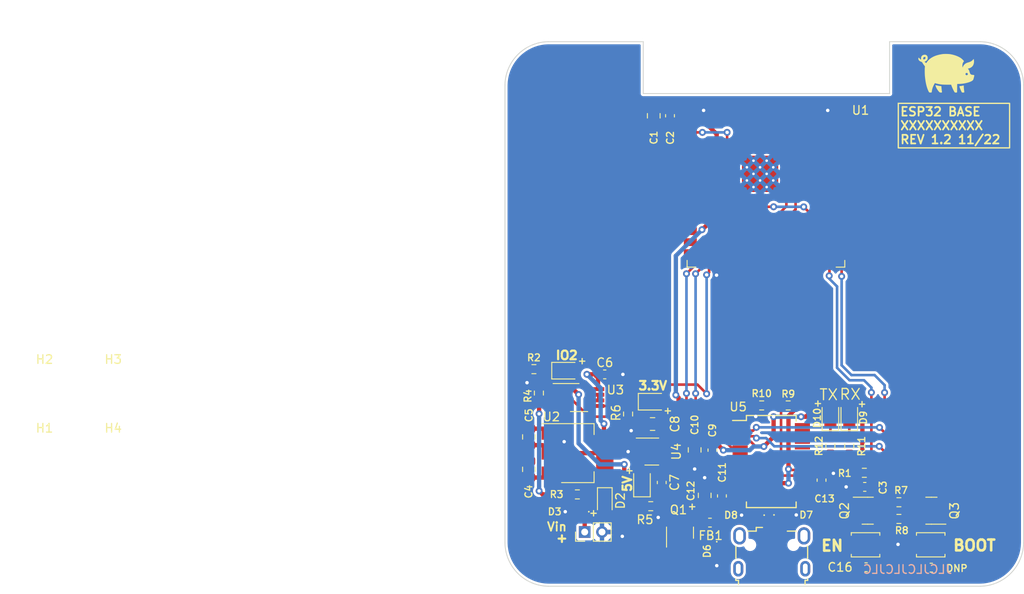
<source format=kicad_pcb>
(kicad_pcb (version 20211014) (generator pcbnew)
  (title_block (title "ESP32 Dev Base w/ Cypress USB-UART Interface") (date "2022-11-09") (rev "1.0"))
  (layers (0 "F.Cu" signal) (31 "B.Cu" power) (34 "B.Paste" user) (35 "F.Paste" user) (36 "B.SilkS" user "B.Silkscreen") (37 "F.SilkS" user "F.Silkscreen") (38 "B.Mask" user) (39 "F.Mask" user) (44 "Edge.Cuts" user))
  (net 0 "")
  (net 1 "+3.3V")
  (net 2 "GND")
  (net 3 "Net-(C4-Pad1)")
  (net 4 "/ESP32 MCU/EN")
  (net 5 "+5V")
  (net 6 "Net-(C7-Pad1)")
  (net 7 "Net-(D4-Pad1)")
  (net 8 "Net-(D5-Pad1)")
  (net 9 "Net-(C13-Pad1)")
  (net 10 "Net-(D6-Pad1)")
  (net 11 "Net-(D9-Pad1)")
  (net 12 "Net-(D10-Pad1)")
  (net 15 "Net-(Q1-Pad1)")
  (net 16 "Net-(Q3-Pad1)")
  (net 17 "Net-(R3-Pad2)")
  (net 18 "Net-(R11-Pad1)")
  (net 19 "Net-(R12-Pad1)")
  (net 20 "/ESP32 MCU/IO2")
  (net 21 "/ESP32 MCU/IO0")
  (net 22 "/Power Supply/VIN")
  (net 26 "unconnected-(U5-Pad26)")
  (net 37 "Net-(U5-Pad19)")
  (net 38 "Net-(Q2-Pad1)")
  (net 39 "/USB-UART Interface/USB_D+")
  (net 40 "/USB-UART Interface/USB_D-")
  (net 41 "/Power Supply/VBUS")
  (net 42 "/ESP32 MCU/RXD")
  (net 43 "/ESP32 MCU/TXD")
  (net 44 "/ESP32 MCU/RTS")
  (net 45 "/ESP32 MCU/DTR")
  (net 46 "/ESP32 MCU/SENSOR_VP")
  (net 47 "/ESP32 MCU/SENSOR_VN")
  (net 48 "/ESP32 MCU/IO34")
  (net 49 "/ESP32 MCU/IO35")
  (net 50 "/ESP32 MCU/IO32")
  (net 51 "/ESP32 MCU/IO33")
  (net 52 "/ESP32 MCU/IO25")
  (net 53 "/ESP32 MCU/IO26")
  (net 54 "/ESP32 MCU/IO27")
  (net 55 "/ESP32 MCU/IO14")
  (net 56 "/ESP32 MCU/IO12")
  (net 57 "/ESP32 MCU/IO13")
  (net 58 "/ESP32 MCU/SHD{slash}SD2")
  (net 59 "/ESP32 MCU/SWP{slash}SD3")
  (net 60 "/ESP32 MCU/SCS{slash}CMD")
  (net 61 "/ESP32 MCU/SCK{slash}CLK")
  (net 62 "/ESP32 MCU/SDO{slash}SD0")
  (net 63 "/ESP32 MCU/SDI{slash}SD1")
  (net 64 "/ESP32 MCU/IO15")
  (net 65 "/ESP32 MCU/IO4")
  (net 66 "/ESP32 MCU/IO16")
  (net 67 "/ESP32 MCU/IO17")
  (net 68 "/ESP32 MCU/IO5")
  (net 69 "/ESP32 MCU/IO18")
  (net 70 "/ESP32 MCU/IO19")
  (net 71 "/ESP32 MCU/IO21")
  (net 72 "/ESP32 MCU/IO22")
  (net 73 "/ESP32 MCU/IO23")
  (net 74 "Net-(D1-Pad1)")
  (net 75 "Net-(D1-Pad2)")
  (footprint "Resistor_SMD:R_0603_1608Metric" (layer "F.Cu") (at 146.7 111.08)
    (fp_text reference "R10")
    (fp_text value "10k" hide)
  )
  (footprint "LED_SMD:LED_0805_2012Metric" (layer "F.Cu") (at 132.850328 119.969139 90)
    (fp_text reference "D4" hide)
    (fp_text value "RED" hide)
  )
  (footprint "Capacitor_SMD:C_0603_1608Metric" (layer "F.Cu") (at 166.3218 129.8488)
    (fp_text reference "C14" hide)
    (fp_text value "0u" hide)
  )
  (footprint "Package_SO:VSSOP-8_3.0x3.0mm_P0.65mm" (layer "F.Cu") (at 125.57 110.17)
    (fp_text reference "U3")
    (fp_text value "LMV358IDGKR" hide)
  )
  (footprint "Capacitor_SMD:C_0603_1608Metric" (layer "F.Cu") (at 158.623 120.504 180)
    (fp_text reference "C3")
    (fp_text value "0.1u" hide)
  )
  (footprint "LED_SMD:LED_0805_2012Metric" (layer "F.Cu") (at 154.65 112.3145 90)
    (fp_text reference "D10")
    (fp_text value "GRN" hide)
  )
  (footprint "Capacitor_SMD:C_0805_2012Metric" (layer "F.Cu") (at 138.9448 116.2264 -90)
    (fp_text reference "C10")
    (fp_text value "4.7u" hide)
  )
  (footprint "Package_SO:SSOP-28_5.3x10.2mm_P0.65mm" (layer "F.Cu") (at 147.8094 117.5726)
    (fp_text reference "U5")
    (fp_text value "CY7C65213-28PVXI" hide)
  )
  (footprint "Capacitor_SMD:C_0805_2012Metric" (layer "F.Cu") (at 134.0764 113.2332 180)
    (fp_text reference "C8")
    (fp_text value "2.2u" hide)
  )
  (footprint "Resistor_SMD:R_0603_1608Metric" (layer "F.Cu") (at 120.925 109.65 90)
    (fp_text reference "R4")
    (fp_text value "10k" hide)
  )
  (footprint "Resistor_SMD:R_0603_1608Metric" (layer "F.Cu") (at 131.245128 112.072039 -90)
    (fp_text reference "R6")
    (fp_text value "1k" hide)
  )
  (footprint "Resistor_SMD:R_0603_1608Metric" (layer "F.Cu") (at 156.8344 115.7811 90)
    (fp_text reference "R11")
    (fp_text value "1k" hide)
  )
  (footprint "Capacitor_SMD:C_0603_1608Metric" (layer "F.Cu") (at 128.5425 107.49)
    (fp_text reference "C6")
    (fp_text value "100n" hide)
  )
  (footprint "LED_SMD:LED_0805_2012Metric" (layer "F.Cu") (at 156.8344 112.3145 90)
    (fp_text reference "D9")
    (fp_text value "GRN" hide)
  )
  (footprint "Capacitor_SMD:C_0603_1608Metric" (layer "F.Cu") (at 153.625 119.725 90)
    (fp_text reference "C13")
    (fp_text value "1u" hide)
  )
  (footprint "Diode_SMD:D_0402_1005Metric" (layer "F.Cu") (at 145.8976 123.7742 180)
    (fp_text reference "D8")
    (fp_text value "5VWM" hide)
  )
  (footprint "Capacitor_SMD:C_0603_1608Metric" (layer "F.Cu") (at 136.0932 77.5716 90)
    (fp_text reference "C2")
    (fp_text value "0.1u" hide)
  )
  (footprint "Resistor_SMD:R_0603_1608Metric" (layer "F.Cu") (at 120.3475 106.885 180)
    (fp_text reference "R2")
    (fp_text value "470R" hide)
  )
  (footprint "Capacitor_SMD:C_0805_2012Metric" (layer "F.Cu") (at 140.1064 121.4882 90)
    (fp_text reference "C12")
    (fp_text value "4.7u" hide)
  )
  (footprint "MountingHole:MountingHole_3.2mm_M3" (layer "F.Cu") (at 71.68 109.96)
    (fp_text reference "H3")
    (fp_text value "MountingHole")
  )
  (footprint "Resistor_SMD:R_0603_1608Metric" (layer "F.Cu") (at 158.575 118.8764)
    (fp_text reference "R1")
    (fp_text value "10k" hide)
  )
  (footprint "Package_TO_SOT_SMD:SOT-23" (layer "F.Cu") (at 166.3342 123.2604 180)
    (fp_text reference "Q3")
    (fp_text value "SS8050-G" hide)
  )
  (footprint "Capacitor_SMD:C_0805_2012Metric" (layer "F.Cu") (at 134.2136 77.5716 90)
    (fp_text reference "C1")
    (fp_text value "22u" hide)
  )
  (footprint "Package_TO_SOT_SMD:SOT-223-3_TabPin2" (layer "F.Cu") (at 125.4004 116.6)
    (fp_text reference "U2")
    (fp_text value "LDL1117S50R" hide)
  )
  (footprint "Inductor_SMD:L_0603_1608Metric" (layer "F.Cu") (at 140.7159 124.6378 180)
    (fp_text reference "FB1")
    (fp_text value "40-100R" hide)
  )
  (footprint "Resistor_SMD:R_0603_1608Metric" (layer "F.Cu") (at 125.375 121.375 180)
    (fp_text reference "R3")
    (fp_text value "10k" hide)
  )
  (footprint "Capacitor_SMD:C_0603_1608Metric" (layer "F.Cu") (at 158.7792 129.7984 180)
    (fp_text reference "C16")
    (fp_text value "0.1u" hide)
  )
  (footprint "Resistor_SMD:R_0603_1608Metric" (layer "F.Cu") (at 154.65 115.775 90)
    (fp_text reference "R12")
    (fp_text value "1k" hide)
  )
  (footprint "Diode_SMD:D_0402_1005Metric" (layer "F.Cu") (at 149.2155 123.7488)
    (fp_text reference "D7")
    (fp_text value "5VWM" hide)
  )
  (footprint "MountingHole:MountingHole_3.2mm_M3" (layer "F.Cu") (at 63.73 117.91)
    (fp_text reference "H1")
    (fp_text value "MountingHole")
  )
  (footprint "RF_Module:ESP32-WROOM-32" (layer "F.Cu") (at 147.193 85.202)
    (fp_text reference "U1")
    (fp_text value "ESP32-WROOM-32D" hide)
  )
  (footprint "Resistor_SMD:R_0603_1608Metric" (layer "F.Cu") (at 149.765 111.08)
    (fp_text reference "R9")
    (fp_text value "4k7" hide)
  )
  (footprint "Button_Switch_SMD:SW_SPST_B3U-1000P" (layer "F.Cu") (at 166.2562 127.2076)
    (fp_text reference "SW1" hide)
    (fp_text value "SW_Push" hide)
  )
  (footprint "MountingHole:MountingHole_3.2mm_M3" (layer "F.Cu") (at 71.68 117.91)
    (fp_text reference "H4")
    (fp_text value "MountingHole")
  )
  (footprint "Connector_PinHeader_2.00mm:PinHeader_1x02_P2.00mm_Vertical" (layer "F.Cu") (at 126.225 125.725 90)
    (fp_text reference "J2" hide)
    (fp_text value "Conn_01x02_Male" hide)
  )
  (footprint "Diode_SMD:D_SOD-323" (layer "F.Cu") (at 128.5496 122.1012 -90)
    (fp_text reference "D2")
    (fp_text value "BAT760-7" hide)
  )
  (footprint "LED_SMD:LED_0805_2012Metric" (layer "F.Cu") (at 134.113028 110.649639)
    (fp_text reference "D5" hide)
    (fp_text value "GRN" hide)
  )
  (footprint "Capacitor_SMD:C_0603_1608Metric" (layer "F.Cu") (at 135.136328 119.996839 -90)
    (fp_text reference "C7")
    (fp_text value "10n" hide)
  )
  (footprint "LED_SMD:LED_0805_2012Metric" (layer "F.Cu") (at 124.0975 107.06)
    (fp_text reference "D1" hide)
    (fp_text value "BLU" hide)
  )
  (footprint "Capacitor_SMD:C_0805_2012Metric" (layer "F.Cu") (at 119.775 118.475 90)
    (fp_text reference "C4")
    (fp_text value "1u" hide)
  )
  (footprint "Package_TO_SOT_SMD:SOT-23" (layer "F.Cu") (at 158.9659 123.2604)
    (fp_text reference "Q2")
    (fp_text value "SS8050-G" hide)
  )
  (footprint "Resistor_SMD:R_0603_1608Metric" (layer "F.Cu") (at 162.575 122.28 180)
    (fp_text reference "R7")
    (fp_text value "10k" hide)
  )
  (footprint "Diode_SMD:D_0402_1005Metric" (layer "F.Cu") (at 141.5034 127.9374 -90)
    (fp_text reference "D6")
    (fp_text value "5VWM" hide)
  )
  (footprint "Diode_SMD:D_0402_1005Metric" (layer "F.Cu") (at 125.61 123.375 180)
    (fp_text reference "D3")
    (fp_text value "5VWM" hide)
  )
  (footprint "Connector_USB:USB_Micro-B_Wuerth_629105150521" (layer "F.Cu") (at 147.86685 128.023)
    (fp_text reference "J3" hide)
    (fp_text value "USB_B_Micro" hide)
  )
  (footprint "Resistor_SMD:R_0603_1608Metric" (layer "F.Cu") (at 162.575 124.2104 180)
    (fp_text reference "R8")
    (fp_text value "10k" hide)
  )
  (footprint "Capacitor_SMD:C_0603_1608Metric" (layer "F.Cu") (at 142.1 121.55 -90)
    (fp_text reference "C11")
    (fp_text value "0.1u" hide)
  )
  (footprint "Resistor_SMD:R_0603_1608Metric" (layer "F.Cu") (at 133.866328 122.740039)
    (fp_text reference "R5")
    (fp_text value "1k" hide)
  )
  (footprint "Capacitor_SMD:C_0603_1608Metric" (layer "F.Cu") (at 141.0022 116.254 90)
    (fp_text reference "C9")
    (fp_text value "0.1u" hide)
  )
  (footprint "Button_Switch_SMD:SW_SPST_B3U-1000P" (layer "F.Cu") (at 158.7142 127.2076 180)
    (fp_text reference "SW2" hide)
    (fp_text value "SW_Push" hide)
  )
  (footprint "Capacitor_SMD:C_0805_2012Metric" (layer "F.Cu") (at 119.775 114.725 90)
    (fp_text reference "C5")
    (fp_text value "4u7" hide)
  )
  (footprint "LOGO" (layer "F.Cu") (at 168.06 72.65)
    (fp_text reference "G***" hide)
    (fp_text value "LOGO" hide)
  )
  (footprint "MountingHole:MountingHole_3.2mm_M3" (layer "F.Cu") (at 63.73 109.96)
    (fp_text reference "H2")
    (fp_text value "MountingHole")
  )
  (footprint "Package_TO_SOT_SMD:SOT-23-5" (layer "F.Cu") (at 133.9875 116.418689)
    (fp_text reference "U4")
    (fp_text value "SPX3819M5-L-3-3" hide)
  )
  (footprint "Package_TO_SOT_SMD:SOT-23" (layer "F.Cu") (at 137.25 125.8 90)
    (fp_text reference "Q1")
    (fp_text value "DMP2110U-7" hide)
  )
  (gr_rect (start 162.505 76.135) (end 175.38 81.285) (layer "F.SilkS") (width 0.15) (fill none))
  (gr_line (start 133 75) (end 133 69) (layer "Edge.Cuts") (width 0.1))
  (gr_line (start 133 75) (end 161.5 75) (layer "Edge.Cuts") (width 0.1))
  (gr_line (start 122 132) (end 172 132) (layer "Edge.Cuts") (width 0.1))
  (gr_arc (start 122 132) (mid 118.489934 130.510066) (end 117 127) (layer "Edge.Cuts") (width 0.1))
  (gr_line (start 161.5 69) (end 172 69) (layer "Edge.Cuts") (width 0.1))
  (gr_arc (start 172 69) (mid 175.510066 70.489934) (end 177 74) (layer "Edge.Cuts") (width 0.1))
  (gr_arc (start 177 127) (mid 175.510066 130.510066) (end 172 132) (layer "Edge.Cuts") (width 0.1))
  (gr_line (start 177 74) (end 177 127) (layer "Edge.Cuts") (width 0.1))
  (gr_arc (start 117 74) (mid 118.489934 70.489934) (end 122 69) (layer "Edge.Cuts") (width 0.1))
  (gr_line (start 117 127) (end 117 74) (layer "Edge.Cuts") (width 0.1))
  (gr_line (start 133 69) (end 122 69) (layer "Edge.Cuts") (width 0.1))
  (gr_line (start 161.5 75) (end 161.5 69) (layer "Edge.Cuts") (width 0.1))
  (gr_text "JLCJLCJLCJLC" (at 163.576 130.048) (layer "B.SilkS") (effects (font (size 1 1)) (justify mirror)))
  (gr_text "+" (at 123.59 126.56 180) (layer "F.SilkS") (effects (font (size 1 1) (thickness 0.25))))
  (gr_text "+" (at 153.2056 110.922 180) (layer "F.SilkS") (effects (font (size 0.8 0.8))))
  (gr_text "BOOT" (at 171.3126 127.2838) (layer "F.SilkS") (effects (font (size 1.25 1.25) (thickness 0.3))))
  (gr_text "+" (at 135.898328 111.716439 270) (layer "F.SilkS") (effects (font (size 0.8 0.8))))
  (gr_text "+" (at 138.6586 122.8598 180) (layer "F.SilkS") (effects (font (size 0.8 0.8))))
  (gr_text "+" (at 125.8725 105.96 90) (layer "F.SilkS") (effects (font (size 0.8 0.8))))
  (gr_text "TX" (at 154.4468 109.8436) (layer "F.SilkS") (effects (font (size 1.25 1.25))))
  (gr_text "ESP32 BASE\nXXXXXXXXXX\nREV 1.2 11/22" (at 162.63 78.71) (layer "F.SilkS") (effects (font (size 1 1) (thickness 0.2)) (justify left)))
  (gr_text "+" (at 127.25 123.5) (layer "F.SilkS") (effects (font (size 0.8 0.8))))
  (gr_text "+" (at 158.3076 110.9937 180) (layer "F.SilkS") (effects (font (size 0.8 0.8))))
  (gr_text "Vin" (at 121.76 125.12) (layer "F.SilkS") (effects (font (size 1 1) (thickness 0.2)) (justify left)))
  (gr_text "EN" (at 154.8534 127.3092) (layer "F.SilkS") (effects (font (size 1.25 1.25) (thickness 0.3))))
  (gr_text "IO2" (at 124.1475 105.285) (layer "F.SilkS") (effects (font (size 1 1) (thickness 0.25))))
  (gr_text "3.3V" (at 134.1 108.8) (layer "F.SilkS") (effects (font (size 1 1) (thickness 0.25))))
  (gr_text "5V" (at 131.15 120.15 90) (layer "F.SilkS") (effects (font (size 1 1) (thickness 0.25))))
  (gr_text "DNP" (at 169.28 129.93) (layer "F.SilkS") (effects (font (size 0.8 0.8))))
  (gr_text "RX" (at 156.936 109.7928) (layer "F.SilkS") (effects (font (size 1.25 1.25))))
  (gr_text "+" (at 131.397528 118.586828) (layer "F.SilkS") (effects (font (size 0.8 0.8))))
  (segment (start 139.792502 90.75) (end 139.82 90.75) (width 0.5) (layer "F.Cu") (net 1))
  (segment (start 137.0838 114.5588) (end 137.0838 115.103578) (width 0.5) (layer "F.Cu") (net 1))
  (segment (start 135.125 115.468689) (end 136.718689 115.468689) (width 0.5) (layer "F.Cu") (net 1))
  (segment (start 126.72 112.38) (end 124.185 109.845) (width 0.3) (layer "F.Cu") (net 1))
  (segment (start 158.35 112.03) (end 157.697 111.377) (width 0.5) (layer "F.Cu") (net 1))
  (segment (start 152.14 112.06) (end 151.81 112.39) (width 0.5) (layer "F.Cu") (net 1))
  (segment (start 138.3184 78.3466) (end 138.443 78.222) (width 0.5) (layer "F.Cu") (net 1))
  (segment (start 129.38 112.38) (end 126.72 112.38) (width 0.3) (layer "F.Cu") (net 1))
  (segment (start 145.466939 115.2976) (end 145.999339 115.83) (width 0.3) (layer "F.Cu") (net 1))
  (segment (start 137.0838 112.4438) (end 137.0838 110.1838) (width 0.5) (layer "F.Cu") (net 1))
  (segment (start 134.75 114.75) (end 135.004328 115.004328) (width 0.3) (layer "F.Cu") (net 1))
  (segment (start 137.0838 110.1838) (end 136.77 109.87) (width 0.5) (layer "F.Cu") (net 1))
  (segment (start 135.004328 113.240439) (end 135.004328 114.295672) (width 0.5) (layer "F.Cu") (net 1))
  (segment (start 137.0838 112.4438) (end 137.0838 114.5588) (width 0.5) (layer "F.Cu") (net 1))
  (segment (start 137.0838 114.5588) (end 137.0838 115.4588) (width 0.5) (layer "F.Cu") (net 1))
  (segment (start 137.0838 114.5588) (end 137.0838 115.021178) (width 0.5) (layer "F.Cu") (net 1))
  (segment (start 124.185 109.845) (end 123.37 109.845) (width 0.3) (layer "F.Cu") (net 1))
  (segment (start 140.022 78.222) (end 138.443 78.222) (width 0.5) (layer "F.Cu") (net 1))
  (segment (start 140.7996 115.2764) (end 141.0022 115.479) (width 0.5) (layer "F.Cu") (net 1))
  (segment (start 134.55 114.75) (end 135.004328 114.295672) (width 0.3) (layer "F.Cu") (net 1))
  (segment (start 135.004328 113.240439) (end 135.004328 110.695839) (width 0.5) (layer "F.Cu") (net 1))
  (segment (start 134.406311 114.75) (end 134.55 114.75) (width 0.3) (layer "F.Cu") (net 1))
  (segment (start 148.08 112.39) (end 148.08 114.7) (width 0.5) (layer "F.Cu") (net 1))
  (segment (start 151.81 112.39) (end 151.25 112.39) (width 0.5) (layer "F.Cu") (net 1))
  (segment (start 144.2094 115.2976) (end 145.466939 115.2976) (width 0.3) (layer "F.Cu") (net 1))
  (segment (start 138.9448 115.2764) (end 138.7264 115.2764) (width 0.5) (layer "F.Cu") (net 1))
  (segment (start 152.823 111.377) (end 152.14 112.06) (width 0.5) (layer "F.Cu") (net 1))
  (segment (start 135.004328 114.295672) (end 135.004328 115.004328) (width 0.5) (layer "F.Cu") (net 1))
  (segment (start 154.65 111.377) (end 152.823 111.377) (width 0.5) (layer "F.Cu") (net 1))
  (segment (start 134.406311 114.75) (end 130.95 114.75) (width 0.3) (layer "F.Cu") (net 1))
  (segment (start 141.0022 115.479) (end 141.4886 115.479) (width 0.5) (layer "F.Cu") (net 1))
  (segment (start 158.35 117.43) (end 158.35 112.03) (width 0.5) (layer "F.Cu") (net 1))
  (segment (start 137.0838 115.4588) (end 137.093689 115.468689) (width 0.5) (layer "F.Cu") (net 1))
  (segment (start 157.75 118.8764) (end 157.75 118.03) (width 0.5) (layer "F.Cu") (net 1))
  (segment (start 130.125 113.125) (end 129.38 112.38) (width 0.3) (layer "F.Cu") (net 1))
  (segment (start 134.2136 78.5216) (end 135.9182 78.5216) (width 0.5) (layer "F.Cu") (net 1))
  (segment (start 134.406311 114.75) (end 134.75 114.75) (width 0.3) (layer "F.Cu") (net 1))
  (segment (start 138.9448 115.2764) (end 140.7996 115.2764) (width 0.5) (layer "F.Cu") (net 1))
  (segment (start 157.75 118.03) (end 158.35 117.43) (width 0.5) (layer "F.Cu") (net 1))
  (segment (start 137.531311 115.468689) (end 138.752511 115.468689) (width 0.5) (layer "F.Cu") (net 1))
  (segment (start 135.004328 115.004328) (end 135.004328 115.348017) (width 0.5) (layer "F.Cu") (net 1))
  (segment (start 134.406311 114.75) (end 135.125 115.468689) (width 0.3) (layer "F.Cu") (net 1))
  (segment (start 141.49 79.69) (end 140.022 78.222) (width 0.5) (layer "F.Cu") (net 1))
  (segment (start 137.0838 115.021178) (end 137.531311 115.468689) (width 0.5) (layer "F.Cu") (net 1))
  (segment (start 138.752511 115.468689) (end 138.9448 115.2764) (width 0.5) (layer "F.Cu") (net 1))
  (segment (start 137.0838 115.103578) (end 136.718689 115.468689) (width 0.5) (layer "F.Cu") (net 1))
  (segment (start 130.125 113.925) (end 130.125 113.125) (width 0.3) (layer "F.Cu") (net 1))
  (segment (start 137.093689 115.468689) (end 137.531311 115.468689) (width 0.5) (layer "F.Cu") (net 1))
  (segment (start 141.4886 115.479) (end 142.2654 116.2558) (width 0.5) (layer "F.Cu") (net 1))
  (segment (start 130.95 114.75) (end 130.125 113.925) (width 0.3) (layer "F.Cu") (net 1))
  (segment (start 145.999339 115.83) (end 146.95 115.83) (width 0.3) (layer "F.Cu") (net 1))
  (segment (start 139.82 90.75) (end 141.49 89.08) (width 0.5) (layer "F.Cu") (net 1))
  (segment (start 157.697 111.377) (end 156.8344 111.377) (width 0.5) (layer "F.Cu") (net 1))
  (segment (start 136.718689 115.468689) (end 137.093689 115.468689) (width 0.5) (layer "F.Cu") (net 1))
  (segment (start 136.0932 78.3466) (end 138.3184 78.3466) (width 0.5) (layer "F.Cu") (net 1))
  (segment (start 135.004328 115.348017) (end 135.125 115.468689) (width 0.5) (layer "F.Cu") (net 1))
  (segment (start 135.9182 78.5216) (end 136.0932 78.3466) (width 0.5) (layer "F.Cu") (net 1))
  (segment (start 156.8344 111.377) (end 154.65 111.377) (width 0.5) (layer "F.Cu") (net 1))
  (segment (start 141.49 89.08) (end 141.49 79.69) (width 0.5) (layer "F.Cu") (net 1))
  (segment (start 148.08 114.7) (end 146.95 115.83) (width 0.5) (layer "F.Cu") (net 1))
  (via (at 148.08 112.39) (size 0.8) (drill 0.4) (layers "F.Cu" "B.Cu") (net 1))
  (via (at 139.792502 90.75) (size 0.8) (drill 0.4) (layers "F.Cu" "B.Cu") (net 1))
  (via (at 146.95 115.83) (size 0.8) (drill 0.4) (layers "F.Cu" "B.Cu") (net 1))
  (via (at 142.2654 116.2558) (size 0.8) (drill 0.4) (layers "F.Cu" "B.Cu") (net 1))
  (via (at 151.25 112.39) (size 0.8) (drill 0.4) (layers "F.Cu" "B.Cu") (net 1))
  (via (at 136.77 109.87) (size 0.8) (drill 0.4) (layers "F.Cu" "B.Cu") (net 1))
  (segment (start 145.56 116.02) (end 145.75 115.83) (width 0.5) (layer "B.Cu") (net 1))
  (segment (start 151.25 112.39) (end 148.08 112.39) (width 0.5) (layer "B.Cu") (net 1))
  (segment (start 142.2654 116.2558) (end 145.3242 116.2558) (width 0.5) (layer "B.Cu") (net 1))
  (segment (start 145.3242 116.2558) (end 145.56 116.02) (width 0.5) (layer "B.Cu") (net 1))
  (segment (start 145.75 115.83) (end 146.95 115.83) (width 0.5) (layer "B.Cu") (net 1))
  (segment (start 136.77 93.772502) (end 139.792502 90.75) (width 0.5) (layer "B.Cu") (net 1))
  (segment (start 136.77 109.87) (end 136.77 93.772502) (width 0.5) (layer "B.Cu") (net 1))
  (segment (start 162.5242 127.2076) (end 162.4734 127.1568) (width 0.5) (layer "F.Cu") (net 2))
  (segment (start 136.0932 76.7966) (end 134.3886 76.7966) (width 0.5) (layer "F.Cu") (net 2))
  (segment (start 140.1064 119.4464) (end 140.1 119.44) (width 0.5) (layer "F.Cu") (net 2))
  (segment (start 141.8632 120.5382) (end 142.1 120.775) (width 0.5) (layer "F.Cu") (net 2))
  (segment (start 123.85 111.625) (end 123.395 111.17) (width 0.5) (layer "F.Cu") (net 2))
  (segment (start 135.136328 120.771839) (end 135.136328 122.295039) (width 0.5) (layer "F.Cu") (net 2))
  (segment (start 119.55 108.45) (end 119.55 106.9125) (width 0.5) (layer "F.Cu") (net 2))
  (segment (start 144.3758 123.7742) (end 144.375 123.775) (width 0.5) (layer "F.Cu") (net 2))
  (segment (start 123.395 111.17) (end 123.37 111.17) (width 0.5) (layer "F.Cu") (net 2))
  (segment (start 121.7254 113.775) (end 122.2504 114.3) (width 0.5) (layer "F.Cu") (net 2))
  (segment (start 131.588528 113.240439) (end 131.245128 112.897039) (width 0.5) (layer "F.Cu") (net 2))
  (segment (start 125.125 123.375) (end 123.975 123.375) (width 0.5) (layer "F.Cu") (net 2))
  (segment (start 160.4142 127.2076) (end 160.4142 128.9384) (width 0.5) (layer "F.Cu") (net 2))
  (segment (start 149.7005 123.7488) (end 150.6988 123.7488) (width 0.5) (layer "F.Cu") (net 2))
  (segment (start 133.104328 113.240439) (end 131.588528 113.240439) (width 0.5) (layer "F.Cu") (net 2))
  (segment (start 131.256311 116.418689) (end 131.25 116.425) (width 0.5) (layer "F.Cu") (net 2))
  (segment (start 144.2094 117.2476) (end 141.2208 117.2476) (width 0.3) (layer "F.Cu") (net 2))
  (segment (start 149.7005 123.7488) (end 149.7005 125.61435) (width 0.5) (layer "F.Cu") (net 2))
  (segment (start 134.3886 76.7966) (end 134.2136 76.6216) (width 0.5) (layer "F.Cu") (net 2))
  (segment (start 155.943 76.952) (end 154.342 76.952) (width 0.5) (layer "F.Cu") (net 2))
  (segment (start 131.245128 113.645128) (end 131.6 114) (width 0.5) (layer "F.Cu") (net 2))
  (segment (start 120.925 108.825) (end 119.925 108.825) (width 0.5) (layer "F.Cu") (net 2))
  (segment (start 132.85 116.418689) (end 131.256311 116.418689) (width 0.5) (layer "F.Cu") (net 2))
  (segment (start 118.925 113.775) (end 119.775 113.775) (width 0.5) (layer "F.Cu") (net 2))
  (segment (start 119.775 113.775) (end 121.7254 113.775) (width 0.5) (layer "F.Cu") (net 2))
  (segment (start 154.342 76.952) (end 154.34 76.95) (width 0.5) (layer "F.Cu") (net 2))
  (segment (start 134.691328 123.999217) (end 134.729528 124.037417) (width 0.5) (layer "F.Cu") (net 2))
  (segment (start 164.5562 127.2076) (end 162.5242 127.2076) (width 0.5) (layer "F.Cu") (net 2))
  (segment (start 141.483 94.712) (end 141.483 96.007) (width 0.5) (layer "F.Cu") (net 2))
  (segment (start 154.9842 118.95) (end 154.9966 118.9376) (width 0.5) (layer "F.Cu") (net 2))
  (segment (start 122.2504 114.3) (end 122.875 114.3) (width 0.5) (layer "F.Cu") (net 2))
  (segment (start 134.691328 122.740039) (end 134.691328 123.999217) (width 0.5) (layer "F.Cu") (net 2))
  (segment (start 119.775 117.525) (end 119.275 117.525) (width 0.5) (layer "F.Cu") (net 2))
  (segment (start 141.483 96.007) (end 141.478 96.012) (width 0.5) (layer "F.Cu") (net 2))
  (segment (start 157.848 120.504) (end 156.473 120.504) (width 0.5) (layer "F.Cu") (net 2))
  (segment (start 164.5562 128.8582) (end 165.5468 129.8488) (width 0.5) (layer "F.Cu") (net 2))
  (segment (start 160.4142 128.9384) (end 159.5542 129.7984) (width 0.5) (layer "F.Cu") (net 2))
  (segment (start 129.3175 107.49) (end 130.6425 107.49) (width 0.5) (layer "F.Cu") (net 2))
  (segment (start 118.375 114.325) (end 118.925 113.775) (width 0.5) (layer "F.Cu") (net 2))
  (segment (start 136.2486 76.952) (end 136.0932 76.7966) (width 0.5) (layer "F.Cu") (net 2))
  (segment (start 128.225 125.725) (end 130.075 125.725) (width 0.5) (layer "F.Cu") (net 2))
  (segment (start 135.136328 122.295039) (end 134.691328 122.740039) (width 0.5) (layer "F.Cu") (net 2))
  (segment (start 139.978 76.952) (end 139.98 76.95) (width 0.5) (layer "F.Cu") (net 2))
  (segment (start 118.375 116.625) (end 118.375 114.325) (width 0.5) (layer "F.Cu") (net 2))
  (segment (start 138.443 76.952) (end 139.978 76.952) (width 0.5) (layer "F.Cu") (net 2))
  (segment (start 153.625 118.95) (end 154.9842 118.95) (width 0.5) (layer "F.Cu") (net 2))
  (segment (start 119.925 108.825) (end 119.55 108.45) (width 0.5) (layer "F.Cu") (net 2))
  (segment (start 131.245128 112.897039) (end 131.245128 113.645128) (width 0.5) (layer "F.Cu") (net 2))
  (segment (start 119.275 117.525) (end 118.375 116.625) (width 0.5) (layer "F.Cu") (net 2))
  (segment (start 145.875 111.08) (end 145.875 112.225) (width 0.5) (layer "F.Cu") (net 2))
  (segment (start 130.075 125.725) (end 130.575 126.225) (width 0.5) (layer "F.Cu") (net 2))
  (segment (start 145.875 112.225) (end 146.01 112.36) (width 0.5) (layer "F.Cu") (net 2))
  (segment (start 152.7274 119.8476) (end 153.625 118.95) (width 0.3) (layer "F.Cu") (net 2))
  (segment (start 160.4142 127.2076) (end 162.4226 127.2076) (width 0.5) (layer "F.Cu") (net 2))
  (segment (start 123.85 115.275) (end 123.85 111.625) (width 0.5) (layer "F.Cu") (net 2))
  (segment (start 122.875 114.3) (end 123.85 115.275) (width 0.5) (layer "F.Cu") (net 2))
  (segment (start 138.9448 117.1764) (end 140.8548 117.1764) (width 0.5) (layer "F.Cu") (net 2))
  (segment (start 145.4126 123.7742) (end 144.3758 123.7742) (width 0.5) (layer "F.Cu") (net 2))
  (segment (start 151.4094 119.8476) (end 152.7274 119.8476) (width 0.3) (layer "F.Cu") (net 2))
  (segment (start 141.2208 117.2476) (end 141.0022 117.029) (width 0.3) (layer "F.Cu") (net 2))
  (segment (start 138.443 76.952) (end 136.2486 76.952) (width 0.5) (layer "F.Cu") (net 2))
  (segment (start 151.4094 117.8976) (end 152.5726 117.8976) (width 0.3) (layer "F.Cu") (net 2))
  (segment (start 162.4226 127.2076) (end 162.4734 127.1568) (width 0.5) (layer "F.Cu") (net 2))
  (segment (start 140.1064 120.5382) (end 141.8632 120.5382) (width 0.5) (layer "F.Cu") (net 2))
  (segment (start 138.9448 117.1764) (end 138.9448 118.4362) (width 0.5) (layer "F.Cu") (net 2))
  (segment (start 119.55 106.9125) (end 119.5225 106.885) (width 0.5) (layer "F.Cu") (net 2))
  (segment (start 140.8548 117.1764) (end 141.0022 117.029) (width 0.5) (layer "F.Cu") (net 2))
  (segment (start 140.1064 120.5382) (end 140.1064 119.4464) (width 0.5) (layer "F.Cu") (net 2))
  (segment (start 141.5034 128.4224) (end 141.5034 129.6162) (width 0.5) (layer "F.Cu") (net 2))
  (segment (start 152.5726 117.8976) (end 153.625 118.95) (width 0.3) (layer "F.Cu") (net 2))
  (segment (start 164.5562 127.2076) (end 164.5562 128.8582) (width 0.5) (layer "F.Cu") (net 2))
  (segment (start 150.6988 123.7488) (end 150.7 123.75) (width 0.5) (layer "F.Cu") (net 2))
  (segment (start 149.7005 125.61435) (end 149.19185 126.123) (width 0.5) (layer "F.Cu") (net 2))
  (via (at 134.729528 124.037417) (size 0.8) (drill 0.4) (layers "F.Cu" "B.Cu") (net 2))
  (via (at 144.375 123.775) (size 0.8) (drill 0.4) (layers "F.Cu" "B.Cu") (net 2))
  (via (at 141.478 96.012) (size 0.8) (drill 0.4) (layers "F.Cu" "B.Cu") (net 2))
  (via (at 130.6425 107.49) (size 0.8) (drill 0.4) (layers "F.Cu" "B.Cu") (net 2))
  (via (at 119.55 108.45) (size 0.8) (drill 0.4) (layers "F.Cu" "B.Cu") (net 2))
  (via (at 156.473 120.504) (size 0.8) (drill 0.4) (layers "F.Cu" "B.Cu") (net 2))
  (via (at 154.34 76.95) (size 0.8) (drill 0.4) (layers "F.Cu" "B.Cu") (net 2))
  (via (at 131.6 114) (size 0.8) (drill 0.4) (layers "F.Cu" "B.Cu") (net 2))
  (via (at 140.1 119.44) (size 0.8) (drill 0.4) (layers "F.Cu" "B.Cu") (net 2))
  (via (at 138.9448 118.4362) (size 0.8) (drill 0.4) (layers "F.Cu" "B.Cu") (net 2))
  (via (at 150.7 123.75) (size 0.8) (drill 0.4) (layers "F.Cu" "B.Cu") (net 2))
  (via (at 162.4734 127.1568) (size 0.8) (drill 0.4) (layers "F.Cu" "B.Cu") (net 2))
  (via (at 130.575 126.225) (size 0.8) (drill 0.4) (layers "F.Cu" "B.Cu") (net 2))
  (via (at 141.5034 129.6162) (size 0.8) (drill 0.4) (layers "F.Cu" "B.Cu") (net 2))
  (via (at 123.85 115.275) (size 0.8) (drill 0.4) (layers "F.Cu" "B.Cu") (net 2))
  (via (at 154.9966 118.9376) (size 0.8) (drill 0.4) (layers "F.Cu" "B.Cu") (net 2))
  (via (at 146.01 112.36) (size 0.8) (drill 0.4) (layers "F.Cu" "B.Cu") (net 2))
  (via (at 123.975 123.375) (size 0.8) (drill 0.4) (layers "F.Cu" "B.Cu") (net 2))
  (via (at 131.25 116.425) (size 0.8) (drill 0.4) (layers "F.Cu" "B.Cu") (net 2))
  (via (at 139.98 76.95) (size 0.8) (drill 0.4) (layers "F.Cu" "B.Cu") (net 2))
  (segment (start 128.5496 120.1996) (end 127.25 118.9) (width 0.5) (layer "F.Cu") (net 3))
  (segment (start 128.5496 121.0512) (end 128.5496 120.1996) (width 0.5) (layer "F.Cu") (net 3))
  (segment (start 121.7254 119.425) (end 122.2504 118.9) (width 0.5) (layer "F.Cu") (net 3))
  (segment (start 127.25 118.9) (end 122.2504 118.9) (width 0.5) (layer "F.Cu") (net 3))
  (segment (start 119.775 119.425) (end 121.7254 119.425) (width 0.5) (layer "F.Cu") (net 3))
  (segment (start 159.398 120.504) (end 159.398 120.854) (width 0.3) (layer "F.Cu") (net 4))
  (segment (start 159.39 118.8664) (end 159.39 113.24) (width 0.3) (layer "F.Cu") (net 4))
  (segment (start 154.54 96.05) (end 154.51 96.08) (width 0.3) (layer "F.Cu") (net 4))
  (segment (start 156.5806 124.8708) (end 156.5806 123.6366) (width 0.3) (layer "F.Cu") (net 4))
  (segment (start 157.0142 125.3044) (end 156.5806 124.8708) (width 0.3) (layer "F.Cu") (net 4))
  (segment (start 156.606 122.9658) (end 156.5806 122.9658) (width 0.3) (layer "F.Cu") (net 4))
  (segment (start 156.9006 123.2604) (end 156.606 122.9658) (width 0.3) (layer "F.Cu") (net 4))
  (segment (start 157.298 121.404) (end 156.5806 122.1214) (width 0.3) (layer "F.Cu") (net 4))
  (segment (start 159.39 113.24) (end 159.39 109.58) (width 0.3) (layer "F.Cu") (net 4))
  (segment (start 156.5908 123.2604) (end 156.5806 123.2706) (width 0.3) (layer "F.Cu") (net 4))
  (segment (start 151.56 88.11) (end 154.54 91.09) (width 0.3) (layer "F.Cu") (net 4))
  (segment (start 143.57 88.1) (end 148.08 88.1) (width 0.3) (layer "F.Cu") (net 4))
  (segment (start 142.7 79.49) (end 142.7 87.23) (width 0.3) (layer "F.Cu") (net 4))
  (segment (start 154.54 91.09) (end 154.54 96.05) (width 0.3) (layer "F.Cu") (net 4))
  (segment (start 159.4 118.8764) (end 159.39 118.8664) (width 0.3) (layer "F.Cu") (net 4))
  (segment (start 159.398 120.854) (end 158.848 121.404) (width 0.3) (layer "F.Cu") (net 4))
  (segment (start 156.9006 123.3166) (end 156.5806 123.6366) (width 0.3) (layer "F.Cu") (net 4))
  (segment (start 156.9006 123.2604) (end 156.9006 123.3166) (width 0.3) (layer "F.Cu") (net 4))
  (segment (start 143.45 87.98) (end 143.57 88.1) (width 0.3) (layer "F.Cu") (net 4))
  (segment (start 156.9006 123.2604) (end 156.5908 123.2604) (width 0.3) (layer "F.Cu") (net 4))
  (segment (start 156.5806 123.2706) (end 156.5806 122.9658) (width 0.3) (layer "F.Cu") (net 4))
  (segment (start 156.8448 123.2604) (end 156.5806 123.5246) (width 0.3) (layer "F.Cu") (net 4))
  (segment (start 157.0142 127.2076) (end 157.0142 128.8084) (width 0.3) (layer "F.Cu") (net 4))
  (segment (start 159.398 118.8784) (end 159.4 118.8764) (width 0.3) (layer "F.Cu") (net 4))
  (segment (start 138.443 79.492) (end 139.842 79.492) (width 0.3) (layer "F.Cu") (net 4))
  (segment (start 156.5806 122.9404) (end 156.5806 122.6714) (width 0.3) (layer "F.Cu") (net 4))
  (segment (start 156.9006 123.2604) (end 156.8448 123.2604) (width 0.3) (layer "F.Cu") (net 4))
  (segment (start 157.0142 127.2076) (end 157.0142 125.3044) (width 0.3) (layer "F.Cu") (net 4))
  (segment (start 156.9006 123.2604) (end 156.5806 122.9404) (width 0.3) (layer "F.Cu") (net 4))
  (segment (start 156.5806 122.6714) (end 156.5806 122.1214) (width 0.3) (layer "F.Cu") (net 4))
  (segment (start 156.5806 123.5246) (end 156.5806 123.2706) (width 0.3) (layer "F.Cu") (net 4))
  (segment (start 142.7 87.23) (end 143.45 87.98) (width 0.3) (layer "F.Cu") (net 4))
  (segment (start 157.0142 128.8084) (end 158.0042 129.7984) (width 0.3) (layer "F.Cu") (net 4))
  (segment (start 159.9034 123.2604) (end 156.9006 123.2604) (width 0.3) (layer "F.Cu") (net 4))
  (segment (start 156.5806 123.6366) (end 156.5806 123.5246) (width 0.3) (layer "F.Cu") (net 4))
  (segment (start 156.5806 122.9658) (end 156.5806 122.6714) (width 0.3) (layer "F.Cu") (net 4))
  (segment (start 158.848 121.404) (end 157.298 121.404) (width 0.3) (layer "F.Cu") (net 4))
  (segment (start 159.398 120.504) (end 159.398 118.8784) (width 0.3) (layer "F.Cu") (net 4))
  (via (at 151.56 88.11) (size 0.8) (drill 0.4) (layers "F.Cu" "B.Cu") (net 4))
  (via (at 142.7 79.49) (size 0.8) (drill 0.4) (layers "F.Cu" "B.Cu") (net 4))
  (via (at 159.39 109.58) (size 0.8) (drill 0.4) (layers "F.Cu" "B.Cu") (net 4))
  (via (at 148.08 88.1) (size 0.8) (drill 0.4) (layers "F.Cu" "B.Cu") (net 4))
  (via (at 139.842 79.492) (size 0.8) (drill 0.4) (layers "F.Cu" "B.Cu") (net 4))
  (via (at 154.51 96.08) (size 0.8) (drill 0.4) (layers "F.Cu" "B.Cu") (net 4))
  (segment (start 156.87 108.17) (end 158.54 108.17) (width 0.3) (layer "B.Cu") (net 4))
  (segment (start 154.51 96.08) (end 154.51 96.41) (width 0.3) (layer "B.Cu") (net 4))
  (segment (start 154.51 96.41) (end 155.42 97.32) (width 0.3) (layer "B.Cu") (net 4))
  (segment (start 158.54 108.17) (end 159.39 109.02) (width 0.3) (layer "B.Cu") (net 4))
  (segment (start 159.39 109.02) (end 159.39 109.58) (width 0.3) (layer "B.Cu") (net 4))
  (segment (start 142.698 79.492) (end 142.7 79.49) (width 0.3) (layer "B.Cu") (net 4))
  (segment (start 151.55 88.1) (end 151.56 88.11) (width 0.3) (layer "B.Cu") (net 4))
  (segment (start 155.42 97.32) (end 155.42 106.72) (width 0.3) (layer "B.Cu") (net 4))
  (segment (start 139.842 79.492) (end 142.698 79.492) (width 0.3) (layer "B.Cu") (net 4))
  (segment (start 148.08 88.1) (end 151.55 88.1) (width 0.3) (layer "B.Cu") (net 4))
  (segment (start 155.42 106.72) (end 156.87 108.17) (width 0.3) (layer "B.Cu") (net 4))
  (segment (start 126.48 107.48) (end 127.7575 107.48) (width 0.5) (layer "F.Cu") (net 5))
  (segment (start 122.2504 116.6) (end 128.5504 116.6) (width 0.5) (layer "F.Cu") (net 5))
  (segment (start 132.850328 117.369017) (end 132.85 117.368689) (width 0.5) (layer "F.Cu") (net 5))
  (segment (start 134.329839 116.3875) (end 134.329839 116.449878) (width 0.5) (layer "F.Cu") (net 5))
  (segment (start 133.9875 116.792217) (end 133.411028 117.368689) (width 0.5) (layer "F.Cu") (net 5))
  (segment (start 134.3875 116.3875) (end 133.9875 116.3875) (width 0.5) (layer "F.Cu") (net 5))
  (segment (start 121.3254 115.675) (end 122.2504 116.6) (width 0.5) (layer "F.Cu") (net 5))
  (segment (start 133.411028 115.468689) (end 133.9875 116.045161) (width 0.5) (layer "F.Cu") (net 5))
  (segment (start 133.9875 116.045161) (end 133.9875 116.3875) (width 0.5) (layer "F.Cu") (net 5))
  (segment (start 133.9875 116.3875) (end 133.9875 116.792217) (width 0.5) (layer "F.Cu") (net 5))
  (segment (start 134.329839 116.449878) (end 133.9875 116.792217) (width 0.5) (layer "F.Cu") (net 5))
  (segment (start 136.2375 116.3875) (end 136.9 117.05) (width 0.5) (layer "F.Cu") (net 5))
  (segment (start 128.45 116.4996) (end 128.5504 116.6) (width 0.5) (layer "F.Cu") (net 5))
  (segment (start 130.031311 115.468689) (end 132.85 115.468689) (width 0.5) (layer "F.Cu") (net 5))
  (segment (start 119.775 115.675) (end 121.3254 115.675) (width 0.5) (layer "F.Cu") (net 5))
  (segment (start 132.85 115.468689) (end 133.411028 115.468689) (width 0.5) (layer "F.Cu") (net 5))
  (segment (start 132.850328 119.031639) (end 132.850328 117.369017) (width 0.5) (layer "F.Cu") (net 5))
  (segment (start 134.3875 116.3875) (end 134.329839 116.3875) (width 0.5) (layer "F.Cu") (net 5))
  (segment (start 133.411028 117.368689) (end 132.85 117.368689) (width 0.5) (layer "F.Cu") (net 5))
  (segment (start 134.329839 116.3875) (end 133.9875 116.045161) (width 0.5) (layer "F.Cu") (net 5))
  (segment (start 136.9 118.4) (end 138.2 119.7) (width 0.5) (layer "F.Cu") (net 5))
  (segment (start 128.9 116.6) (end 130.031311 115.468689) (width 0.5) (layer "F.Cu") (net 5))
  (segment (start 127.7575 107.48) (end 127.7675 107.49) (width 0.5) (layer "F.Cu") (net 5))
  (segment (start 127.7675 109.17) (end 127.77 109.17) (width 0.5) (layer "F.Cu") (net 5))
  (segment (start 134.3875 116.3875) (end 136.2375 116.3875) (width 0.5) (layer "F.Cu") (net 5))
  (segment (start 127.7675 107.49) (end 127.7675 109.17) (width 0.5) (layer "F.Cu") (net 5))
  (segment (start 128.45 113.2) (end 128.45 116.4996) (width 0.5) (layer "F.Cu") (net 5))
  (segment (start 138.2 119.7) (end 138.2 126.7375) (width 0.5) (layer "F.Cu") (net 5))
  (segment (start 136.9 117.05) (end 136.9 118.4) (width 0.5) (layer "F.Cu") (net 5))
  (via (at 128.45 113.2) (size 0.8) (drill 0.4) (layers "F.Cu" "B.Cu") (net 5))
  (via (at 126.48 107.48) (size 0.8) (drill 0.4) (layers "F.Cu" "B.Cu") (net 5))
  (segment (start 128.070023 112.820023) (end 128.45 113.2) (width 0.5) (layer "B.Cu") (net 5))
  (segment (start 128.070023 109.070023) (end 126.48 107.48) (width 0.5) (layer "B.Cu") (net 5))
  (segment (start 128.070023 110.345023) (end 128.070023 112.820023) (width 0.5) (layer "B.Cu") (net 5))
  (segment (start 128.070023 110.345023) (end 128.070023 109.070023) (width 0.5) (layer "B.Cu") (net 5))
  (segment (start 135.125 119.210511) (end 135.136328 119.221839) (width 0.5) (layer "F.Cu") (net 6))
  (segment (start 135.125 117.368689) (end 135.125 119.210511) (width 0.5) (layer "F.Cu") (net 6))
  (segment (start 132.850328 122.549039) (end 133.041328 122.740039) (width 0.5) (layer "F.Cu") (net 7))
  (segment (start 132.850328 120.906639) (end 132.850328 122.549039) (width 0.5) (layer "F.Cu") (net 7))
  (segment (start 131.842528 110.649639) (end 131.245128 111.247039) (width 0.5) (layer "F.Cu") (net 8))
  (segment (start 133.175528 110.649639) (end 131.842528 110.649639) (width 0.5) (layer "F.Cu") (net 8))
  (segment (start 153.6226 120.4976) (end 153.625 120.5) (width 0.3) (layer "F.Cu") (net 9))
  (segment (start 151.4094 120.4976) (end 153.6226 120.4976) (width 0.3) (layer "F.Cu") (net 9))
  (segment (start 141.7278 124.6378) (end 141.5034 124.6378) (width 0.5) (layer "F.Cu") (net 10))
  (segment (start 146.56685 126.123) (end 146.56685 125.81505) (width 0.3) (layer "F.Cu") (net 10))
  (segment (start 142.53 126.2) (end 142.53 125.44) (width 0.5) (layer "F.Cu") (net 10))
  (segment (start 141.5034 127.2266) (end 142.53 126.2) (width 0.5) (layer "F.Cu") (net 10))
  (segment (start 146.54185 125.55185) (end 146.54185 126.123) (width 0.5) (layer "F.Cu") (net 10))
  (segment (start 145.6278 124.6378) (end 146.54185 125.55185) (width 0.5) (layer "F.Cu") (net 10))
  (segment (start 142.53 124.68) (end 142.4878 124.6378) (width 0.5) (layer "F.Cu") (net 10))
  (segment (start 143.4978 124.6378) (end 145.6278 124.6378) (width 0.5) (layer "F.Cu") (net 10))
  (segment (start 142.53 125.44) (end 141.7278 124.6378) (width 0.5) (layer "F.Cu") (net 10))
  (segment (start 141.5034 124.6378) (end 142.4878 124.6378) (width 0.5) (layer "F.Cu") (net 10))
  (segment (start 142.53 125.44) (end 143.3322 124.6378) (width 0.5) (layer "F.Cu") (net 10))
  (segment (start 142.4878 124.6378) (end 143.4978 124.6378) (width 0.5) (layer "F.Cu") (net 10))
  (segment (start 141.5034 127.4524) (end 141.5034 127.2266) (width 0.5) (layer "F.Cu") (net 10))
  (segment (start 142.53 125.44) (end 142.53 124.68) (width 0.5) (layer "F.Cu") (net 10))
  (segment (start 143.3322 124.6378) (end 143.4978 124.6378) (width 0.5) (layer "F.Cu") (net 10))
  (segment (start 156.8344 114.9561) (end 156.8344 113.252) (width 0.3) (layer "F.Cu") (net 11))
  (segment (start 154.65 114.95) (end 154.65 113.252) (width 0.3) (layer "F.Cu") (net 12))
  (segment (start 132.9875 126.7375) (end 131.2 124.95) (width 0.5) (layer "F.Cu") (net 15))
  (segment (start 125.52 109.82) (end 124.87 109.17) (width 0.5) (layer "F.Cu") (net 15))
  (segment (start 130.8 124.55) (end 130.8 117.9) (width 0.5) (layer "F.Cu") (net 15))
  (segment (start 131.2 124.95) (end 130.8 124.55) (width 0.5) (layer "F.Cu") (net 15))
  (segment (start 136.3 126.7375) (end 132.9875 126.7375) (width 0.5) (layer "F.Cu") (net 15))
  (segment (start 124.87 109.17) (end 123.37 109.17) (width 0.5) (layer "F.Cu") (net 15))
  (via (at 125.52 109.82) (size 0.8) (drill 0.4) (layers "F.Cu" "B.Cu") (net 15))
  (via (at 130.8 117.9) (size 0.8) (drill 0.4) (layers "F.Cu" "B.Cu") (net 15))
  (segment (start 127.95 117.9) (end 130.8 117.9) (width 0.5) (layer "B.Cu") (net 15))
  (segment (start 125.965 115.915) (end 125.52 115.47) (width 0.5) (layer "B.Cu") (net 15))
  (segment (start 125.52 115.47) (end 125.52 109.82) (width 0.5) (layer "B.Cu") (net 15))
  (segment (start 125.965 115.915) (end 127.95 117.9) (width 0.5) (layer "B.Cu") (net 15))
  (segment (start 167.2717 124.2104) (end 163.4 124.2104) (width 0.3) (layer "F.Cu") (net 16))
  (segment (start 121.35 121.375) (end 120.95 120.975) (width 0.5) (layer "F.Cu") (net 17))
  (segment (start 123.37 110.495) (end 120.945 110.495) (width 0.3) (layer "F.Cu") (net 17))
  (segment (start 120.95 112.05) (end 120.95 110.5) (width 0.5) (layer "F.Cu") (net 17))
  (segment (start 124.55 121.375) (end 121.35 121.375) (width 0.5) (layer "F.Cu") (net 17))
  (via (at 120.95 120.975) (size 0.8) (drill 0.4) (layers "F.Cu" "B.Cu") (net 17))
  (via (at 120.95 112.05) (size 0.8) (drill 0.4) (layers "F.Cu" "B.Cu") (net 17))
  (segment (start 120.95 120.975) (end 120.95 112.05) (width 0.5) (layer "B.Cu") (net 17))
  (segment (start 152.8976 117.2476) (end 153.325 117.675) (width 0.3) (layer "F.Cu") (net 18))
  (segment (start 156.8344 116.6656) (end 156.8344 116.6061) (width 0.3) (layer "F.Cu") (net 18))
  (segment (start 151.4094 117.2476) (end 152.8976 117.2476) (width 0.3) (layer "F.Cu") (net 18))
  (segment (start 153.325 117.675) (end 155.825 117.675) (width 0.3) (layer "F.Cu") (net 18))
  (segment (start 155.825 117.675) (end 156.8344 116.6656) (width 0.3) (layer "F.Cu") (net 18))
  (segment (start 151.4094 116.5976) (end 154.6476 116.5976) (width 0.3) (layer "F.Cu") (net 19))
  (segment (start 154.6476 116.5976) (end 154.65 116.6) (width 0.3) (layer "F.Cu") (net 19))
  (segment (start 127.77 111.145) (end 129.395 111.145) (width 0.3) (layer "F.Cu") (net 20))
  (segment (start 131.09 109.45) (end 131.87 108.67) (width 0.3) (layer "F.Cu") (net 20))
  (segment (start 140.7668 93.4212) (end 140.6238 93.5642) (width 0.3) (layer "F.Cu") (net 20))
  (segment (start 131.87 108.67) (end 139.12 108.67) (width 0.3) (layer "F.Cu") (net 20))
  (segment (start 129.395 111.145) (end 130.22 110.32) (width 0.3) (layer "F.Cu") (net 20))
  (segment (start 130.22 110.32) (end 131.09 109.45) (width 0.3) (layer "F.Cu") (net 20))
  (segment (start 139.12 108.67) (end 139.27 108.67) (width 0.3) (layer "F.Cu") (net 20))
  (segment (start 152.913 94.712) (end 152.908 94.707) (width 0.3) (layer "F.Cu") (net 20))
  (segment (start 139.27 108.67) (end 140.33 109.73) (width 0.3) (layer "F.Cu") (net 20))
  (segment (start 151.6634 93.4212) (end 140.7668 93.4212) (width 0.3) (layer "F.Cu") (net 20))
  (segment (start 152.908 94.707) (end 152.908 93.7514) (width 0.3) (layer "F.Cu") (net 20))
  (segment (start 152.908 93.7514) (end 152.5778 93.4212) (width 0.3) (layer "F.Cu") (net 20))
  (segment (start 140.6238 94.1862) (end 140.6238 95.5454) (width 0.3) (layer "F.Cu") (net 20))
  (segment (start 140.6238 95.6762) (end 140.33 95.97) (width 0.3) (layer "F.Cu") (net 20))
  (segment (start 140.6238 93.5642) (end 140.6238 94.1862) (width 0.3) (layer "F.Cu") (net 20))
  (segment (start 140.6238 94.1862) (end 140.6238 95.6762) (width 0.3) (layer "F.Cu") (net 20))
  (segment (start 152.5778 93.4212) (end 151.6634 93.4212) (width 0.3) (layer "F.Cu") (net 20))
  (via (at 140.33 95.97) (size 0.8) (drill 0.4) (layers "F.Cu" "B.Cu") (net 20))
  (via (at 140.33 109.73) (size 0.8) (drill 0.4) (layers "F.Cu" "B.Cu") (net 20))
  (segment (start 140.33 95.97) (end 140.33 109.73) (width 0.3) (layer "B.Cu") (net 20))
  (segment (start 155.95 96.15) (end 155.95 93.469) (width 0.3) (layer "F.Cu") (net 21))
  (segment (start 160.92 111.53) (end 160.92 109.59) (width 0.3) (layer "F.Cu") (net 21))
  (segment (start 167.2717 122.3104) (end 167.9904 122.3104) (width 0.3) (layer "F.Cu") (net 21))
  (segment (start 167.2717 117.8817) (end 160.99 111.6) (width 0.3) (layer "F.Cu") (net 21))
  (segment (start 160.99 111.6) (end 160.92 111.53) (width 0.3) (layer "F.Cu") (net 21))
  (segment (start 167.2717 122.3104) (end 167.2717 117.8817) (width 0.3) (layer "F.Cu") (net 21))
  (segment (start 155.95 93.469) (end 155.943 93.462) (width 0.3) (layer "F.Cu") (net 21))
  (segment (start 167.9562 128.9894) (end 167.0968 129.8488) (width 0.3) (layer "F.Cu") (net 21))
  (segment (start 168.74 126.4238) (end 167.9562 127.2076) (width 0.3) (layer "F.Cu") (net 21))
  (segment (start 167.9904 122.3104) (end 168.74 123.06) (width 0.3) (layer "F.Cu") (net 21))
  (segment (start 168.74 123.06) (end 168.74 126.4238) (width 0.3) (layer "F.Cu") (net 21))
  (segment (start 167.9562 127.2076) (end 167.9562 128.9894) (width 0.3) (layer "F.Cu") (net 21))
  (via (at 160.92 109.59) (size 0.8) (drill 0.4) (layers "F.Cu" "B.Cu") (net 21))
  (via (at 155.95 96.15) (size 0.8) (drill 0.4) (layers "F.Cu" "B.Cu") (net 21))
  (segment (start 160.92 109.59) (end 160.92 108.73) (width 0.3) (layer "B.Cu") (net 21))
  (segment (start 155.95 96.15) (end 155.95 106.43) (width 0.3) (layer "B.Cu") (net 21))
  (segment (start 160.92 108.73) (end 159.76 107.57) (width 0.3) (layer "B.Cu") (net 21))
  (segment (start 157.09 107.57) (end 159.76 107.57) (width 0.3) (layer "B.Cu") (net 21))
  (segment (start 155.95 106.43) (end 157.09 107.57) (width 0.3) (layer "B.Cu") (net 21))
  (segment (start 128.3258 123.375) (end 128.5496 123.1512) (width 0.5) (layer "F.Cu") (net 22))
  (segment (start 126.2 123.27) (end 126.095 123.375) (width 0.5) (layer "F.Cu") (net 22))
  (segment (start 126.095 123.375) (end 128.3258 123.375) (width 0.5) (layer "F.Cu") (net 22))
  (segment (start 126.2 121.375) (end 126.2 123.27) (width 0.5) (layer "F.Cu") (net 22))
  (segment (start 126.225 123.505) (end 126.095 123.375) (width 0.5) (layer "F.Cu") (net 22))
  (segment (start 126.225 125.725) (end 126.225 123.505) (width 0.5) (layer "F.Cu") (net 22))
  (segment (start 151.3914 114.6146) (end 151.39925 114.62245) (width 0.3) (layer "F.Cu") (net 26))
  (segment (start 151.39925 114.6146) (end 151.3914 114.6146) (width 0.3) (layer "F.Cu") (net 26))
  (segment (start 148.94 111.08) (end 148.94 119.065) (width 0.3) (layer "F.Cu") (net 37))
  (segment (start 148.94 119.065) (end 149.0726 119.1976) (width 0.3) (layer "F.Cu") (net 37))
  (segment (start 147.525 111.08) (end 148.94 111.08) (width 0.5) (layer "F.Cu") (net 37))
  (segment (start 151.4094 119.1976) (end 149.0726 119.1976) (width 0.3) (layer "F.Cu") (net 37))
  (segment (start 161.7196 122.3104) (end 161.75 122.28) (width 0.3) (layer "F.Cu") (net 38))
  (segment (start 158.0284 122.3104) (end 161.7196 122.3104) (width 0.3) (layer "F.Cu") (net 38))
  (segment (start 148.02085 123.76385) (end 147.76685 123.50985) (width 0.2) (layer "F.Cu") (net 39))
  (segment (start 148.02085 123.78455) (end 148.02085 123.76385) (width 0.2) (layer "F.Cu") (net 39))
  (segment (start 147.76685 123.78455) (end 147.76685 123.50985) (width 0.2) (layer "F.Cu") (net 39))
  (segment (start 148.02085 123.78455) (end 148.69475 123.78455) (width 0.2) (layer "F.Cu") (net 39))
  (segment (start 147.86685 126.123) (end 147.86685 125.147999) (width 0.2) (layer "F.Cu") (net 39))
  (segment (start 148.69475 123.78455) (end 148.7305 123.7488) (width 0.2) (layer "F.Cu") (net 39))
  (segment (start 147.96535 123.76385) (end 147.76685 123.96235) (width 0.2) (layer "F.Cu") (net 39))
  (segment (start 147.86685 125.147999) (end 147.76685 125.047999) (width 0.2) (layer "F.Cu") (net 39))
  (segment (start 148.775 121.6976) (end 149.996899 121.6976) (width 0.2) (layer "F.Cu") (net 39))
  (segment (start 147.76685 122.70575) (end 148.775 121.6976) (width 0.2) (layer "F.Cu") (net 39))
  (segment (start 148.02085 123.76385) (end 147.96535 123.76385) (width 0.2) (layer "F.Cu") (net 39))
  (segment (start 150.096899 121.7976) (end 151.4094 121.7976) (width 0.2) (layer "F.Cu") (net 39))
  (segment (start 147.76685 123.96235) (end 147.76685 123.78455) (width 0.2) (layer "F.Cu") (net 39))
  (segment (start 147.76685 125.047999) (end 147.76685 123.96235) (width 0.2) (layer "F.Cu") (net 39))
  (segment (start 147.76685 123.50985) (end 147.76685 122.70575) (width 0.2) (layer "F.Cu") (net 39))
  (segment (start 149.996899 121.6976) (end 150.096899 121.7976) (width 0.2) (layer "F.Cu") (net 39))
  (segment (start 147.76685 123.78455) (end 148.02085 123.78455) (width 0.2) (layer "F.Cu") (net 39))
  (segment (start 147.0152 123.7742) (end 147.0914 123.698) (width 0.2) (layer "F.Cu") (net 40))
  (segment (start 147.31685 123.47255) (end 147.31685 123.34555) (width 0.2) (layer "F.Cu") (net 40))
  (segment (start 147.21685 125.147999) (end 147.31685 125.047999) (width 0.2) (layer "F.Cu") (net 40))
  (segment (start 147.31685 123.82185) (end 147.31685 123.34555) (width 0.2) (layer "F.Cu") (net 40))
  (segment (start 150.096899 121.1476) (end 151.4094 121.1476) (width 0.2) (layer "F.Cu") (net 40))
  (segment (start 147.31685 123.34555) (end 147.31685 122.51935) (width 0.2) (layer "F.Cu") (net 40))
  (segment (start 147.21525 123.82185) (end 147.31685 123.82185) (width 0.2) (layer "F.Cu") (net 40))
  (segment (start 147.0914 123.698) (end 147.31685 123.47255) (width 0.2) (layer "F.Cu") (net 40))
  (segment (start 148.5886 121.2476) (end 149.996899 121.2476) (width 0.2) (layer "F.Cu") (net 40))
  (segment (start 147.31685 122.51935) (end 148.5886 121.2476) (width 0.2) (layer "F.Cu") (net 40))
  (segment (start 147.31685 124.07585) (end 147.31685 123.82185) (width 0.2) (layer "F.Cu") (net 40))
  (segment (start 147.0914 123.698) (end 147.21525 123.82185) (width 0.2) (layer "F.Cu") (net 40))
  (segment (start 149.996899 121.2476) (end 150.096899 121.1476) (width 0.2) (layer "F.Cu") (net 40))
  (segment (start 147.31685 125.047999) (end 147.31685 124.07585) (width 0.2) (layer "F.Cu") (net 40))
  (segment (start 147.0152 123.7742) (end 146.3826 123.7742) (width 0.2) (layer "F.Cu") (net 40))
  (segment (start 147.21685 126.123) (end 147.21685 125.147999) (width 0.2) (layer "F.Cu") (net 40))
  (segment (start 147.31685 124.07585) (end 147.0152 123.7742) (width 0.2) (layer "F.Cu") (net 40))
  (segment (start 137.55 128.3) (end 137.25 128) (width 0.5) (layer "F.Cu") (net 41))
  (segment (start 139.9284 124.6378) (end 139.9284 127.7216) (width 0.5) (layer "F.Cu") (net 41))
  (segment (start 140.1064 122.4382) (end 141.9868 122.4382) (width 0.5) (layer "F.Cu") (net 41))
  (segment (start 148.035 120.075) (end 149.8 120.075) (width 0.5) (layer "F.Cu") (net 41))
  (segment (start 149.8995 118.5476) (end 149.8 118.4481) (width 0.3) (layer "F.Cu") (net 41))
  (segment (start 139.9284 122.6162) (end 140.1064 122.4382) (width 0.5) (layer "F.Cu") (net 41))
  (segment (start 150.59 111.08) (end 150.59 111.51) (width 0.5) (layer "F.Cu") (net 41))
  (segment (start 139.9284 127.7216) (end 139.35 128.3) (width 0.5) (layer "F.Cu") (net 41))
  (segment (start 142.545 122.77) (end 145.34 122.77) (width 0.5) (layer "F.Cu") (net 41))
  (segment (start 142.1 122.325) (end 142.545 122.77) (width 0.5) (layer "F.Cu") (net 41))
  (segment (start 141.9868 122.4382) (end 142.1 122.325) (width 0.5) (layer "F.Cu") (net 41))
  (segment (start 145.34 122.77) (end 148.035 120.075) (width 0.5) (layer "F.Cu") (net 41))
  (segment (start 139.9284 124.6378) (end 139.9284 122.6162) (width 0.5) (layer "F.Cu") (net 41))
  (segment (start 151.4094 118.5476) (end 149.8995 118.5476) (width 0.3) (layer "F.Cu") (net 41))
  (segment (start 149.8 112.3) (end 149.8 118.4481) (width 0.5) (layer "F.Cu") (net 41))
  (segment (start 139.35 128.3) (end 137.55 128.3) (width 0.5) (layer "F.Cu") (net 41))
  (segment (start 150.59 111.51) (end 149.8 112.3) (width 0.5) (layer "F.Cu") (net 41))
  (segment (start 137.25 128) (end 137.25 124.8625) (width 0.5) (layer "F.Cu") (net 41))
  (via (at 149.8 120.075) (size 0.8) (drill 0.4) (layers "F.Cu" "B.Cu") (net 41))
  (via (at 149.8 118.4481) (size 0.8) (drill 0.4) (layers "F.Cu" "B.Cu") (net 41))
  (segment (start 149.8 120.075) (end 149.8 118.4481) (width 0.5) (layer "B.Cu") (net 41))
  (segment (start 143.1876 115.9476) (end 141.33 114.09) (width 0.3) (layer "F.Cu") (net 42))
  (segment (start 144.2094 115.9476) (end 143.1876 115.9476) (width 0.3) (layer "F.Cu") (net 42))
  (segment (start 151.6988 80.762) (end 155.943 80.762) (width 0.3) (layer "F.Cu") (net 42))
  (segment (start 137.9982 112.5382) (end 137.9982 109.6818) (width 0.3) (layer "F.Cu") (net 42))
  (segment (start 148.4125 89.1875) (end 149.5552 88.0448) (width 0.3) (layer "F.Cu") (net 42))
  (segment (start 149.5552 82.9056) (end 151.6988 80.762) (width 0.3) (layer "F.Cu") (net 42))
  (segment (start 139.55 114.09) (end 137.9982 112.5382) (width 0.3) (layer "F.Cu") (net 42))
  (segment (start 142.8625 89.1875) (end 148.4125 89.1875) (width 0.3) (layer "F.Cu") (net 42))
  (segment (start 141.33 114.09) (end 139.55 114.09) (width 0.3) (layer "F.Cu") (net 42))
  (segment (start 139.6238 92.4262) (end 142.8625 89.1875) (width 0.3) (layer "F.Cu") (net 42))
  (segment (start 137.9982 95.8455) (end 139.6238 94.2199) (width 0.3) (layer "F.Cu") (net 42))
  (segment (start 139.6238 94.2199) (end 139.6238 92.4262) (width 0.3) (layer "F.Cu") (net 42))
  (segment (start 149.5552 88.0448) (end 149.5552 82.9056) (width 0.3) (layer "F.Cu") (net 42))
  (via (at 137.9982 109.6818) (size 0.8) (drill 0.4) (layers "F.Cu" "B.Cu") (net 42))
  (via (at 137.9982 95.8455) (size 0.8) (drill 0.4) (layers "F.Cu" "B.Cu") (net 42))
  (segment (start 137.9982 95.8455) (end 137.9982 109.6818) (width 0.3) (layer "B.Cu") (net 42))
  (segment (start 140.1238 94.779854) (end 140.1238 93.2012) (width 0.3) (layer "F.Cu") (net 43))
  (segment (start 142.975 90.35) (end 148.675 90.35) (width 0.3) (layer "F.Cu") (net 43))
  (segment (start 140.7976 113.3476) (end 139.06 111.61) (width 0.3) (layer "F.Cu") (net 43))
  (segment (start 150.622 83.2612) (end 150.622 84.872) (width 0.3) (layer "F.Cu") (net 43))
  (segment (start 148.675 90.35) (end 150.622 88.403) (width 0.3) (layer "F.Cu") (net 43))
  (segment (start 139.06 111.61) (end 139.06 109.69) (width 0.3) (layer "F.Cu") (net 43))
  (segment (start 144.2094 113.3476) (end 140.7976 113.3476) (width 0.3) (layer "F.Cu") (net 43))
  (segment (start 151.8512 82.032) (end 150.622 83.2612) (width 0.3) (layer "F.Cu") (net 43))
  (segment (start 155.943 82.032) (end 151.8512 82.032) (width 0.3) (layer "F.Cu") (net 43))
  (segment (start 140.1238 93.2012) (end 142.975 90.35) (width 0.3) (layer "F.Cu") (net 43))
  (segment (start 150.622 84.872) (end 150.622 88.403) (width 0.3) (layer "F.Cu") (net 43))
  (segment (start 139.054527 95.849127) (end 140.1238 94.779854) (width 0.3) (layer "F.Cu") (net 43))
  (via (at 139.06 109.69) (size 0.8) (drill 0.4) (layers "F.Cu" "B.Cu") (net 43))
  (via (at 139.054527 95.849127) (size 0.8) (drill 0.4) (layers "F.Cu" "B.Cu") (net 43))
  (segment (start 139.054527 109.684527) (end 139.06 109.69) (width 0.3) (layer "B.Cu") (net 43))
  (segment (start 139.054527 95.849127) (end 139.054527 109.684527) (width 0.3) (layer "B.Cu") (net 43))
  (segment (start 145.8776 114.6476) (end 146.09 114.86) (width 0.3) (layer "F.Cu") (net 44))
  (segment (start 161.75 124.2104) (end 158.0284 124.2104) (width 0.3) (layer "F.Cu") (net 44))
  (segment (start 160.3 115.81) (end 161.885 117.395) (width 0.3) (layer "F.Cu") (net 44))
  (segment (start 161.75 123.85) (end 162.6 123) (width 0.3) (layer "F.Cu") (net 44))
  (segment (start 162.6 123) (end 162.6 118.11) (width 0.3) (layer "F.Cu") (net 44))
  (segment (start 144.2094 114.6476) (end 145.8776 114.6476) (width 0.3) (layer "F.Cu") (net 44))
  (segment (start 162.6 118.11) (end 161.885 117.395) (width 0.3) (layer "F.Cu") (net 44))
  (segment (start 161.75 124.2104) (end 161.75 123.85) (width 0.3) (layer "F.Cu") (net 44))
  (via (at 160.3 115.81) (size 0.8) (drill 0.4) (layers "F.Cu" "B.Cu") (net 44))
  (via (at 146.09 114.86) (size 0.8) (drill 0.4) (layers "F.Cu" "B.Cu") (net 44))
  (segment (start 148.16 115.81) (end 160.3 115.81) (width 0.3) (layer "B.Cu") (net 44))
  (segment (start 146.09 114.86) (end 147.21 114.86) (width 0.3) (layer "B.Cu") (net 44))
  (segment (start 147.21 114.86) (end 148.16 115.81) (width 0.3) (layer "B.Cu") (net 44))
  (segment (start 164.3804 123.2604) (end 163.4 122.28) (width 0.3) (layer "F.Cu") (net 45))
  (segment (start 165.3967 118.6967) (end 160.33 113.63) (width 0.3) (layer "F.Cu") (net 45))
  (segment (start 165.3967 123.2604) (end 164.3804 123.2604) (width 0.3) (layer "F.Cu") (net 45))
  (segment (start 165.3967 123.2604) (end 165.3967 118.6967) (width 0.3) (layer "F.Cu") (net 45))
  (segment (start 144.2094 113.9976) (end 145.7024 113.9976) (width 0.3) (layer "F.Cu") (net 45))
  (segment (start 145.7024 113.9976) (end 146.08 113.62) (width 0.3) (layer "F.Cu") (net 45))
  (via (at 146.08 113.62) (size 0.8) (drill 0.4) (layers "F.Cu" "B.Cu") (net 45))
  (via (at 160.33 113.63) (size 0.8) (drill 0.4) (layers "F.Cu" "B.Cu") (net 45))
  (segment (start 146.08 113.62) (end 160.32 113.62) (width 0.3) (layer "B.Cu") (net 45))
  (segment (start 160.32 113.62) (end 160.33 113.63) (width 0.3) (layer "B.Cu") (net 45))
  (segment (start 122.985 106.885) (end 123.16 107.06) (width 0.3) (layer "F.Cu") (net 74))
  (segment (start 121.1725 106.885) (end 122.985 106.885) (width 0.3) (layer "F.Cu") (net 74))
  (segment (start 127.77 109.845) (end 127.77 110.495) (width 0.25) (layer "F.Cu") (net 75))
  (segment (start 125.035 107.06) (end 125.035 108.06) (width 0.25) (layer "F.Cu") (net 75))
  (segment (start 126.82 109.845) (end 127.77 109.845) (width 0.25) (layer "F.Cu") (net 75))
  (segment (start 125.035 108.06) (end 126.82 109.845) (width 0.25) (layer "F.Cu") (net 75))
  (zone (net 2) (net_name "GND") (layer "B.Cu") (connect_pads (clearance 0.3)) (min_thickness 0.254) (fill yes (thermal_gap 0.508) (thermal_bridge_width 0.508))
    (polygon (pts (xy 132.969 75.0062) (xy 161.5186 75.0316) (xy 161.5186 69.0118) (xy 176.9618 69.0372) (xy 176.9872 132.0546) (xy 116.9924 132.0292) (xy 116.9162 69.0118) (xy 132.969 69.0118)))
  )
)
</source>
